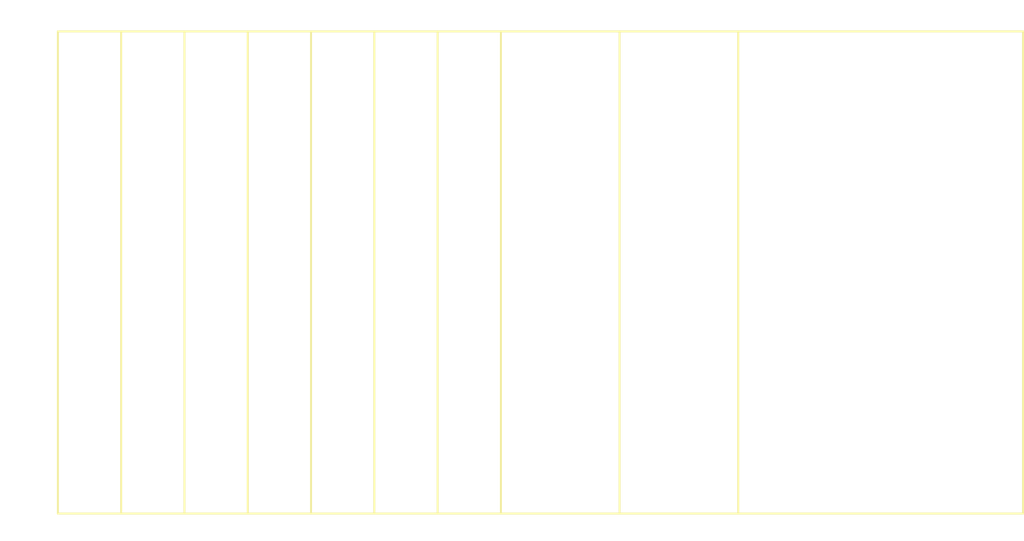
<source format=kicad_pcb>
(kicad_pcb (version 20171130) (host pcbnew "(5.1.6)-1")

  (general
    (thickness 1.6)
    (drawings 24)
    (tracks 0)
    (zones 0)
    (modules 0)
    (nets 1)
  )

  (page A4)
  (layers
    (0 F.Cu signal)
    (31 B.Cu signal)
    (32 B.Adhes user)
    (33 F.Adhes user)
    (34 B.Paste user)
    (35 F.Paste user)
    (36 B.SilkS user)
    (37 F.SilkS user)
    (38 B.Mask user)
    (39 F.Mask user)
    (40 Dwgs.User user)
    (41 Cmts.User user)
    (42 Eco1.User user)
    (43 Eco2.User user)
    (44 Edge.Cuts user)
    (45 Margin user)
    (46 B.CrtYd user)
    (47 F.CrtYd user)
    (48 B.Fab user)
    (49 F.Fab user)
  )

  (setup
    (last_trace_width 0.25)
    (trace_clearance 0.2)
    (zone_clearance 0.508)
    (zone_45_only no)
    (trace_min 0.2)
    (via_size 0.8)
    (via_drill 0.4)
    (via_min_size 0.4)
    (via_min_drill 0.3)
    (uvia_size 0.3)
    (uvia_drill 0.1)
    (uvias_allowed no)
    (uvia_min_size 0.2)
    (uvia_min_drill 0.1)
    (edge_width 0.05)
    (segment_width 0.2)
    (pcb_text_width 0.3)
    (pcb_text_size 1.5 1.5)
    (mod_edge_width 0.12)
    (mod_text_size 1 1)
    (mod_text_width 0.15)
    (pad_size 1.524 1.524)
    (pad_drill 0.762)
    (pad_to_mask_clearance 0.05)
    (aux_axis_origin 0 0)
    (visible_elements FFFFFF7F)
    (pcbplotparams
      (layerselection 0x010fc_ffffffff)
      (usegerberextensions false)
      (usegerberattributes true)
      (usegerberadvancedattributes true)
      (creategerberjobfile true)
      (excludeedgelayer true)
      (linewidth 0.100000)
      (plotframeref false)
      (viasonmask false)
      (mode 1)
      (useauxorigin false)
      (hpglpennumber 1)
      (hpglpenspeed 20)
      (hpglpendiameter 15.000000)
      (psnegative false)
      (psa4output false)
      (plotreference true)
      (plotvalue true)
      (plotinvisibletext false)
      (padsonsilk false)
      (subtractmaskfromsilk false)
      (outputformat 1)
      (mirror false)
      (drillshape 1)
      (scaleselection 1)
      (outputdirectory ""))
  )

  (net 0 "")

  (net_class Default "This is the default net class."
    (clearance 0.2)
    (trace_width 0.25)
    (via_dia 0.8)
    (via_drill 0.4)
    (uvia_dia 0.3)
    (uvia_drill 0.1)
  )

  (dimension 122 (width 0.15) (layer Dwgs.User)
    (gr_text "122 cm" (at 24.735 87.59 90) (layer Dwgs.User)
      (effects (font (size 2 2) (thickness 0.15)))
    )
    (feature1 (pts (xy 31.115 26.59) (xy 25.448579 26.59)))
    (feature2 (pts (xy 31.115 148.59) (xy 25.448579 148.59)))
    (crossbar (pts (xy 26.035 148.59) (xy 26.035 26.59)))
    (arrow1a (pts (xy 26.035 26.59) (xy 26.621421 27.716504)))
    (arrow1b (pts (xy 26.035 26.59) (xy 25.448579 27.716504)))
    (arrow2a (pts (xy 26.035 148.59) (xy 26.621421 147.463496)))
    (arrow2b (pts (xy 26.035 148.59) (xy 25.448579 147.463496)))
  )
  (dimension 244 (width 0.15) (layer Dwgs.User)
    (gr_text "244 cm" (at 153.115 20.93) (layer Dwgs.User) (tstamp 616D3DC2)
      (effects (font (size 2 2) (thickness 0.15)))
    )
    (feature1 (pts (xy 275.115 26.59) (xy 275.115 21.638579)))
    (feature2 (pts (xy 31.115 26.59) (xy 31.115 21.638579)))
    (crossbar (pts (xy 31.115 22.225) (xy 275.115 22.225)))
    (arrow1a (pts (xy 275.115 22.225) (xy 273.988496 22.811421)))
    (arrow1b (pts (xy 275.115 22.225) (xy 273.988496 21.638579)))
    (arrow2a (pts (xy 31.115 22.225) (xy 32.241504 22.811421)))
    (arrow2b (pts (xy 31.115 22.225) (xy 32.241504 21.638579)))
  )
  (dimension 16 (width 0.15) (layer Dwgs.User)
    (gr_text "16 cm" (at 135.115 157.86) (layer Dwgs.User)
      (effects (font (size 2 2) (thickness 0.15)))
    )
    (feature1 (pts (xy 143.115 148.59) (xy 143.115 155.526421)))
    (feature2 (pts (xy 127.115 148.59) (xy 127.115 155.526421)))
    (crossbar (pts (xy 127.115 154.94) (xy 143.115 154.94)))
    (arrow1a (pts (xy 143.115 154.94) (xy 141.988496 155.526421)))
    (arrow1b (pts (xy 143.115 154.94) (xy 141.988496 154.353579)))
    (arrow2a (pts (xy 127.115 154.94) (xy 128.241504 155.526421)))
    (arrow2b (pts (xy 127.115 154.94) (xy 128.241504 154.353579)))
  )
  (dimension 16 (width 0.15) (layer Dwgs.User)
    (gr_text 16cm (at 119.115 157.86) (layer Dwgs.User)
      (effects (font (size 2 2) (thickness 0.15)))
    )
    (feature1 (pts (xy 127.115 148.59) (xy 127.115 155.526421)))
    (feature2 (pts (xy 111.115 148.59) (xy 111.115 155.526421)))
    (crossbar (pts (xy 111.115 154.94) (xy 127.115 154.94)))
    (arrow1a (pts (xy 127.115 154.94) (xy 125.988496 155.526421)))
    (arrow1b (pts (xy 127.115 154.94) (xy 125.988496 154.353579)))
    (arrow2a (pts (xy 111.115 154.94) (xy 112.241504 155.526421)))
    (arrow2b (pts (xy 111.115 154.94) (xy 112.241504 154.353579)))
  )
  (dimension 16 (width 0.15) (layer Dwgs.User)
    (gr_text "16 cm" (at 103.115 157.86) (layer Dwgs.User)
      (effects (font (size 2 2) (thickness 0.15)))
    )
    (feature1 (pts (xy 111.115 148.59) (xy 111.115 155.526421)))
    (feature2 (pts (xy 95.115 148.59) (xy 95.115 155.526421)))
    (crossbar (pts (xy 95.115 154.94) (xy 111.115 154.94)))
    (arrow1a (pts (xy 111.115 154.94) (xy 109.988496 155.526421)))
    (arrow1b (pts (xy 111.115 154.94) (xy 109.988496 154.353579)))
    (arrow2a (pts (xy 95.115 154.94) (xy 96.241504 155.526421)))
    (arrow2b (pts (xy 95.115 154.94) (xy 96.241504 154.353579)))
  )
  (dimension 16 (width 0.15) (layer Dwgs.User)
    (gr_text "16 cm" (at 87.115 157.86) (layer Dwgs.User)
      (effects (font (size 2 2) (thickness 0.15)))
    )
    (feature1 (pts (xy 95.115 148.59) (xy 95.115 155.526421)))
    (feature2 (pts (xy 79.115 148.59) (xy 79.115 155.526421)))
    (crossbar (pts (xy 79.115 154.94) (xy 95.115 154.94)))
    (arrow1a (pts (xy 95.115 154.94) (xy 93.988496 155.526421)))
    (arrow1b (pts (xy 95.115 154.94) (xy 93.988496 154.353579)))
    (arrow2a (pts (xy 79.115 154.94) (xy 80.241504 155.526421)))
    (arrow2b (pts (xy 79.115 154.94) (xy 80.241504 154.353579)))
  )
  (dimension 16 (width 0.15) (layer Dwgs.User)
    (gr_text "16 cm" (at 71.115 157.86) (layer Dwgs.User)
      (effects (font (size 2 2) (thickness 0.15)))
    )
    (feature1 (pts (xy 79.115 148.59) (xy 79.115 155.526421)))
    (feature2 (pts (xy 63.115 148.59) (xy 63.115 155.526421)))
    (crossbar (pts (xy 63.115 154.94) (xy 79.115 154.94)))
    (arrow1a (pts (xy 79.115 154.94) (xy 77.988496 155.526421)))
    (arrow1b (pts (xy 79.115 154.94) (xy 77.988496 154.353579)))
    (arrow2a (pts (xy 63.115 154.94) (xy 64.241504 155.526421)))
    (arrow2b (pts (xy 63.115 154.94) (xy 64.241504 154.353579)))
  )
  (dimension 16 (width 0.15) (layer Dwgs.User)
    (gr_text "16 cm" (at 55.115 157.86) (layer Dwgs.User)
      (effects (font (size 2 2) (thickness 0.15)))
    )
    (feature1 (pts (xy 63.115 148.59) (xy 63.115 155.526421)))
    (feature2 (pts (xy 47.115 148.59) (xy 47.115 155.526421)))
    (crossbar (pts (xy 47.115 154.94) (xy 63.115 154.94)))
    (arrow1a (pts (xy 63.115 154.94) (xy 61.988496 155.526421)))
    (arrow1b (pts (xy 63.115 154.94) (xy 61.988496 154.353579)))
    (arrow2a (pts (xy 47.115 154.94) (xy 48.241504 155.526421)))
    (arrow2b (pts (xy 47.115 154.94) (xy 48.241504 154.353579)))
  )
  (dimension 30 (width 0.12) (layer Dwgs.User)
    (gr_text "30 cm" (at 188.115 157.86) (layer Dwgs.User)
      (effects (font (size 2 2) (thickness 0.15)))
    )
    (feature1 (pts (xy 203.115 148.59) (xy 203.115 155.526421)))
    (feature2 (pts (xy 173.115 148.59) (xy 173.115 155.526421)))
    (crossbar (pts (xy 173.115 154.94) (xy 203.115 154.94)))
    (arrow1a (pts (xy 203.115 154.94) (xy 201.988496 155.526421)))
    (arrow1b (pts (xy 203.115 154.94) (xy 201.988496 154.353579)))
    (arrow2a (pts (xy 173.115 154.94) (xy 174.241504 155.526421)))
    (arrow2b (pts (xy 173.115 154.94) (xy 174.241504 154.353579)))
  )
  (dimension 30 (width 0.12) (layer Dwgs.User)
    (gr_text "30 cm" (at 158.115 157.86) (layer Dwgs.User)
      (effects (font (size 2 2) (thickness 0.15)))
    )
    (feature1 (pts (xy 173.115 148.59) (xy 173.115 155.526421)))
    (feature2 (pts (xy 143.115 148.59) (xy 143.115 155.526421)))
    (crossbar (pts (xy 143.115 154.94) (xy 173.115 154.94)))
    (arrow1a (pts (xy 173.115 154.94) (xy 171.988496 155.526421)))
    (arrow1b (pts (xy 173.115 154.94) (xy 171.988496 154.353579)))
    (arrow2a (pts (xy 143.115 154.94) (xy 144.241504 155.526421)))
    (arrow2b (pts (xy 143.115 154.94) (xy 144.241504 154.353579)))
  )
  (dimension 16 (width 0.12) (layer Dwgs.User)
    (gr_text "16 cm" (at 39.115 157.86) (layer Dwgs.User)
      (effects (font (size 2 2) (thickness 0.15)))
    )
    (feature1 (pts (xy 47.115 148.59) (xy 47.115 155.526421)))
    (feature2 (pts (xy 31.115 148.59) (xy 31.115 155.526421)))
    (crossbar (pts (xy 31.115 154.94) (xy 47.115 154.94)))
    (arrow1a (pts (xy 47.115 154.94) (xy 45.988496 155.526421)))
    (arrow1b (pts (xy 47.115 154.94) (xy 45.988496 154.353579)))
    (arrow2a (pts (xy 31.115 154.94) (xy 32.241504 155.526421)))
    (arrow2b (pts (xy 31.115 154.94) (xy 32.241504 154.353579)))
  )
  (gr_line (start 203.115 26.59) (end 203.115 148.59) (layer F.SilkS) (width 0.5) (tstamp 616D3A0C))
  (gr_line (start 173.115 26.59) (end 173.115 148.59) (layer F.SilkS) (width 0.5) (tstamp 616D39F2))
  (gr_line (start 143.115 26.59) (end 143.115 148.59) (layer F.SilkS) (width 0.5) (tstamp 616D3941))
  (gr_line (start 127.115 26.59) (end 127.115 148.59) (layer F.SilkS) (width 0.5) (tstamp 616D392B))
  (gr_line (start 111.115 26.59) (end 111.115 148.59) (layer F.SilkS) (width 0.5) (tstamp 616D3903))
  (gr_line (start 95.115 26.59) (end 95.115 148.59) (layer F.SilkS) (width 0.5) (tstamp 616D38D6))
  (gr_line (start 79.115 26.59) (end 79.115 148.59) (layer F.SilkS) (width 0.5) (tstamp 616D384A))
  (gr_line (start 63.115 26.59) (end 63.115 148.59) (layer F.SilkS) (width 0.5) (tstamp 616D37CC))
  (gr_line (start 47.115 26.59) (end 47.115 148.59) (layer F.SilkS) (width 0.5) (tstamp 616D378A))
  (gr_line (start 275.115 26.59) (end 275.115 148.59) (layer F.SilkS) (width 0.5) (tstamp 616D3650))
  (gr_line (start 31.115 148.59) (end 275.115 148.59) (layer F.SilkS) (width 0.5) (tstamp 616D3645))
  (gr_line (start 31.115 26.59) (end 31.115 148.59) (layer F.SilkS) (width 0.5))
  (gr_line (start 31.115 26.59) (end 275.115 26.59) (layer F.SilkS) (width 0.5))

)

</source>
